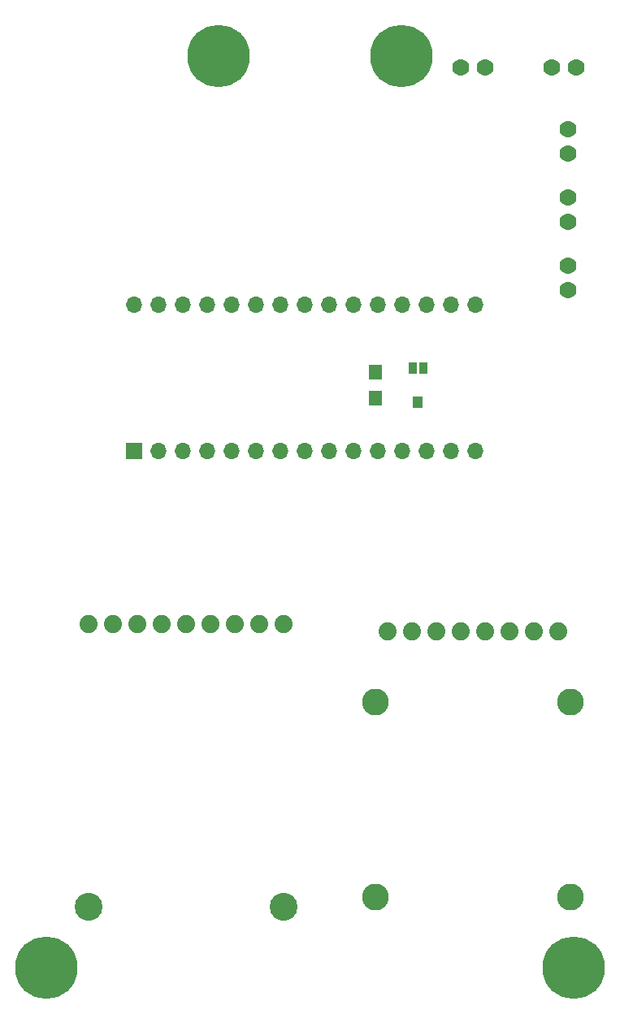
<source format=gbs>
G04 #@! TF.FileFunction,Soldermask,Bot*
%FSLAX46Y46*%
G04 Gerber Fmt 4.6, Leading zero omitted, Abs format (unit mm)*
G04 Created by KiCad (PCBNEW 4.0.7) date 04/10/18 20:33:09*
%MOMM*%
%LPD*%
G01*
G04 APERTURE LIST*
%ADD10C,0.100000*%
%ADD11C,1.770000*%
%ADD12R,1.700000X1.700000*%
%ADD13O,1.700000X1.700000*%
%ADD14R,1.400000X1.600000*%
%ADD15C,2.900000*%
%ADD16C,1.880000*%
%ADD17C,2.800000*%
%ADD18C,6.500000*%
%ADD19R,0.900000X1.200000*%
%ADD20R,1.100000X1.200000*%
G04 APERTURE END LIST*
D10*
D11*
X125730000Y-53213000D03*
X123190000Y-53213000D03*
D12*
X89217500Y-93154500D03*
D13*
X122237500Y-77914500D03*
X91757500Y-93154500D03*
X119697500Y-77914500D03*
X94297500Y-93154500D03*
X117157500Y-77914500D03*
X96837500Y-93154500D03*
X114617500Y-77914500D03*
X99377500Y-93154500D03*
X112077500Y-77914500D03*
X101917500Y-93154500D03*
X109537500Y-77914500D03*
X104457500Y-93154500D03*
X106997500Y-77914500D03*
X106997500Y-93154500D03*
X104457500Y-77914500D03*
X109537500Y-93154500D03*
X101917500Y-77914500D03*
X112077500Y-93154500D03*
X99377500Y-77914500D03*
X114617500Y-93154500D03*
X96837500Y-77914500D03*
X117157500Y-93154500D03*
X94297500Y-77914500D03*
X119697500Y-93154500D03*
X91757500Y-77914500D03*
X122237500Y-93154500D03*
X89217500Y-77914500D03*
X124777500Y-93154500D03*
X124777500Y-77914500D03*
D11*
X135255000Y-53213000D03*
X132715000Y-53213000D03*
X134366000Y-76454000D03*
X134366000Y-73914000D03*
X134366000Y-69342000D03*
X134366000Y-66802000D03*
X134366000Y-62230000D03*
X134366000Y-59690000D03*
D14*
X114300000Y-87710000D03*
X114300000Y-85010000D03*
D15*
X104775000Y-140716000D03*
X84455000Y-140716000D03*
D16*
X104775000Y-111252000D03*
X102235000Y-111252000D03*
X99695000Y-111252000D03*
X97155000Y-111252000D03*
X94615000Y-111252000D03*
X92075000Y-111252000D03*
X89535000Y-111252000D03*
X86995000Y-111252000D03*
X84455000Y-111252000D03*
X133350000Y-112014000D03*
X130810000Y-112014000D03*
X125730000Y-112014000D03*
X128270000Y-112014000D03*
X123190000Y-112014000D03*
X120650000Y-112014000D03*
X118110000Y-112014000D03*
X115570000Y-112014000D03*
D17*
X114300000Y-139700000D03*
X134620000Y-139700000D03*
X134620000Y-119380000D03*
X114300000Y-119380000D03*
D18*
X117000000Y-52000000D03*
X98000000Y-52000000D03*
X80000000Y-147000000D03*
X135000000Y-147000000D03*
D19*
X118195000Y-84585000D03*
X119295000Y-84585000D03*
D20*
X118745000Y-88135000D03*
M02*

</source>
